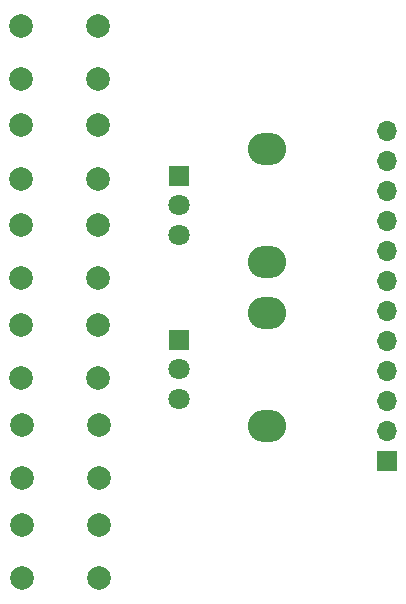
<source format=gts>
G04 #@! TF.GenerationSoftware,KiCad,Pcbnew,7.0.9*
G04 #@! TF.CreationDate,2023-12-18T22:45:15-06:00*
G04 #@! TF.ProjectId,pod_basic_expander2,706f645f-6261-4736-9963-5f657870616e,rev?*
G04 #@! TF.SameCoordinates,Original*
G04 #@! TF.FileFunction,Soldermask,Top*
G04 #@! TF.FilePolarity,Negative*
%FSLAX46Y46*%
G04 Gerber Fmt 4.6, Leading zero omitted, Abs format (unit mm)*
G04 Created by KiCad (PCBNEW 7.0.9) date 2023-12-18 22:45:15*
%MOMM*%
%LPD*%
G01*
G04 APERTURE LIST*
%ADD10O,3.240000X2.720000*%
%ADD11R,1.800000X1.800000*%
%ADD12C,1.800000*%
%ADD13C,2.000000*%
%ADD14R,1.700000X1.700000*%
%ADD15O,1.700000X1.700000*%
G04 APERTURE END LIST*
D10*
X90070000Y-70200000D03*
X90070000Y-79800000D03*
D11*
X82570000Y-72500000D03*
D12*
X82570000Y-75000000D03*
X82570000Y-77500000D03*
D13*
X69250000Y-54351222D03*
X75750000Y-54351222D03*
X69250000Y-58851222D03*
X75750000Y-58851222D03*
X69273315Y-88156111D03*
X75773315Y-88156111D03*
X69273315Y-92656111D03*
X75773315Y-92656111D03*
D14*
X100170000Y-82790000D03*
D15*
X100170000Y-80250000D03*
X100170000Y-77710000D03*
X100170000Y-75170000D03*
X100170000Y-72630000D03*
X100170000Y-70090000D03*
X100170000Y-67550000D03*
X100170000Y-65010000D03*
X100170000Y-62470000D03*
X100170000Y-59930000D03*
X100170000Y-57390000D03*
X100170000Y-54850000D03*
D13*
X69250000Y-45900000D03*
X75750000Y-45900000D03*
X69250000Y-50400000D03*
X75750000Y-50400000D03*
X69273315Y-79704888D03*
X75773315Y-79704888D03*
X69273315Y-84204888D03*
X75773315Y-84204888D03*
X69250000Y-62802444D03*
X75750000Y-62802444D03*
X69250000Y-67302444D03*
X75750000Y-67302444D03*
D10*
X90070000Y-56330000D03*
X90070000Y-65930000D03*
D11*
X82570000Y-58630000D03*
D12*
X82570000Y-61130000D03*
X82570000Y-63630000D03*
D13*
X69250000Y-71253666D03*
X75750000Y-71253666D03*
X69250000Y-75753666D03*
X75750000Y-75753666D03*
M02*

</source>
